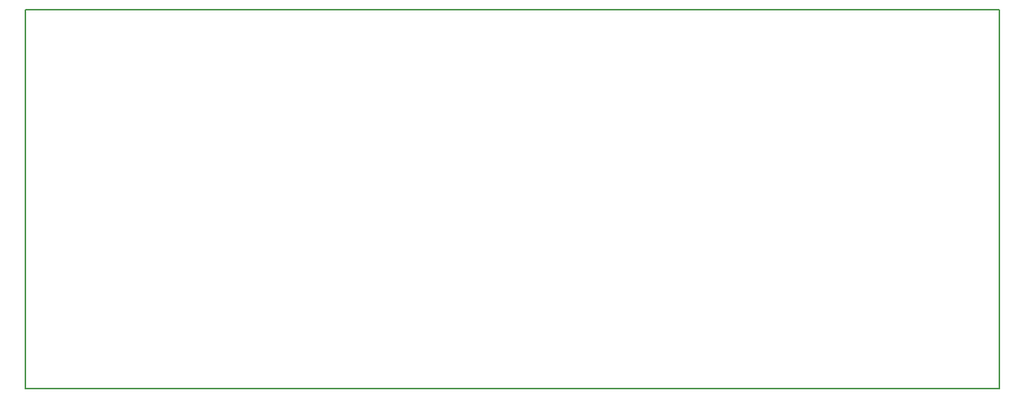
<source format=gm1>
G04 #@! TF.GenerationSoftware,KiCad,Pcbnew,(6.0.0)*
G04 #@! TF.CreationDate,2022-07-07T12:02:20+01:00*
G04 #@! TF.ProjectId,PSU,5053552e-6b69-4636-9164-5f7063625858,rev?*
G04 #@! TF.SameCoordinates,Original*
G04 #@! TF.FileFunction,Profile,NP*
%FSLAX46Y46*%
G04 Gerber Fmt 4.6, Leading zero omitted, Abs format (unit mm)*
G04 Created by KiCad (PCBNEW (6.0.0)) date 2022-07-07 12:02:20*
%MOMM*%
%LPD*%
G01*
G04 APERTURE LIST*
G04 #@! TA.AperFunction,Profile*
%ADD10C,0.150000*%
G04 #@! TD*
G04 APERTURE END LIST*
D10*
X43000000Y-53000000D02*
X153490000Y-53000000D01*
X153490000Y-96000000D02*
X43000000Y-96000000D01*
X153490000Y-96000000D02*
X153490000Y-53000000D01*
X43000000Y-96000000D02*
X43000000Y-53000000D01*
M02*

</source>
